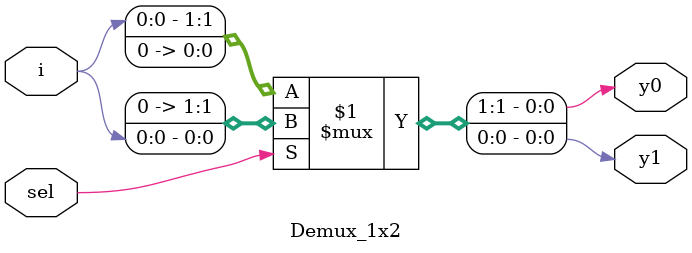
<source format=v>
`timescale 1ns / 1ps
module Demux_1x2(
    input i,sel,
    output y0,y1
    );
    assign {y0,y1} = sel ? {1'b0,i}:{i,1'b0};
endmodule

</source>
